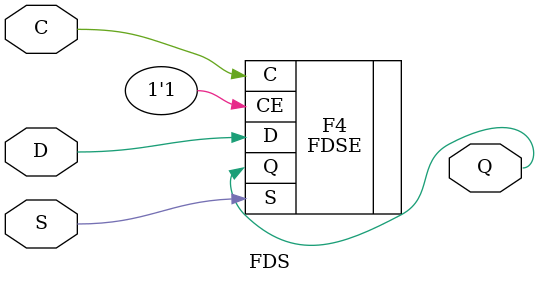
<source format=v>


`timescale  1 ps / 1 ps

module FDS (Q, C, D, S);

    parameter [0:0] INIT = 1'b1;

    output Q;

    input  C, D, S;

    wire Q;

    FDSE #(.INIT(INIT)) F4(.Q(Q), .C(C), .CE(1'b1), .D(D), .S(S));

endmodule


</source>
